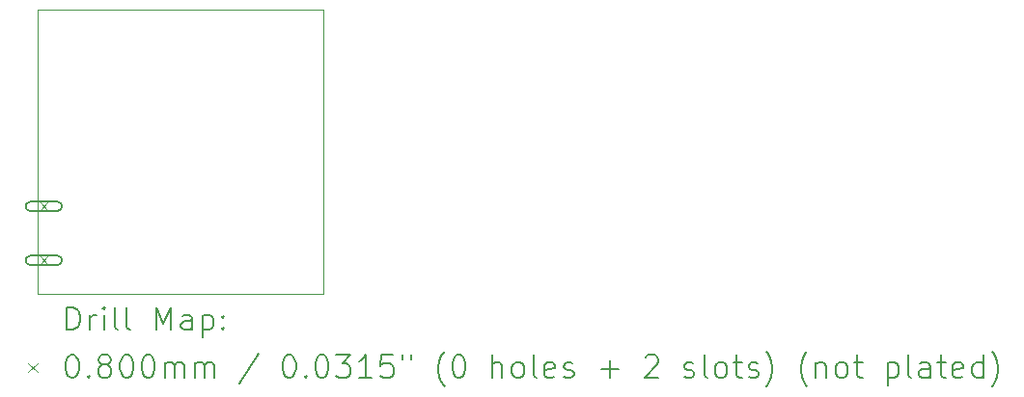
<source format=gbr>
%TF.GenerationSoftware,KiCad,Pcbnew,(6.0.11)*%
%TF.CreationDate,2023-05-05T12:53:34-03:00*%
%TF.ProjectId,HappyFeet,48617070-7946-4656-9574-2e6b69636164,V0.7*%
%TF.SameCoordinates,Original*%
%TF.FileFunction,Drillmap*%
%TF.FilePolarity,Positive*%
%FSLAX45Y45*%
G04 Gerber Fmt 4.5, Leading zero omitted, Abs format (unit mm)*
G04 Created by KiCad (PCBNEW (6.0.11)) date 2023-05-05 12:53:34*
%MOMM*%
%LPD*%
G01*
G04 APERTURE LIST*
%ADD10C,0.100000*%
%ADD11C,0.200000*%
%ADD12C,0.080000*%
G04 APERTURE END LIST*
D10*
X12500000Y-9500000D02*
X10000000Y-9500000D01*
X12500000Y-7000000D02*
X12500000Y-9500000D01*
X10000000Y-7000000D02*
X10000000Y-9500000D01*
X10000000Y-7000000D02*
X12500000Y-7000000D01*
D11*
D12*
X10010000Y-8689500D02*
X10090000Y-8769500D01*
X10090000Y-8689500D02*
X10010000Y-8769500D01*
D11*
X10170000Y-8689500D02*
X9930000Y-8689500D01*
X10170000Y-8769500D02*
X9930000Y-8769500D01*
X9930000Y-8689500D02*
G75*
G03*
X9930000Y-8769500I0J-40000D01*
G01*
X10170000Y-8769500D02*
G75*
G03*
X10170000Y-8689500I0J40000D01*
G01*
D12*
X10010000Y-9164500D02*
X10090000Y-9244500D01*
X10090000Y-9164500D02*
X10010000Y-9244500D01*
D11*
X10170000Y-9164500D02*
X9930000Y-9164500D01*
X10170000Y-9244500D02*
X9930000Y-9244500D01*
X9930000Y-9164500D02*
G75*
G03*
X9930000Y-9244500I0J-40000D01*
G01*
X10170000Y-9244500D02*
G75*
G03*
X10170000Y-9164500I0J40000D01*
G01*
X10252619Y-9815476D02*
X10252619Y-9615476D01*
X10300238Y-9615476D01*
X10328810Y-9625000D01*
X10347857Y-9644048D01*
X10357381Y-9663095D01*
X10366905Y-9701190D01*
X10366905Y-9729762D01*
X10357381Y-9767857D01*
X10347857Y-9786905D01*
X10328810Y-9805952D01*
X10300238Y-9815476D01*
X10252619Y-9815476D01*
X10452619Y-9815476D02*
X10452619Y-9682143D01*
X10452619Y-9720238D02*
X10462143Y-9701190D01*
X10471667Y-9691667D01*
X10490714Y-9682143D01*
X10509762Y-9682143D01*
X10576429Y-9815476D02*
X10576429Y-9682143D01*
X10576429Y-9615476D02*
X10566905Y-9625000D01*
X10576429Y-9634524D01*
X10585952Y-9625000D01*
X10576429Y-9615476D01*
X10576429Y-9634524D01*
X10700238Y-9815476D02*
X10681190Y-9805952D01*
X10671667Y-9786905D01*
X10671667Y-9615476D01*
X10805000Y-9815476D02*
X10785952Y-9805952D01*
X10776429Y-9786905D01*
X10776429Y-9615476D01*
X11033571Y-9815476D02*
X11033571Y-9615476D01*
X11100238Y-9758333D01*
X11166905Y-9615476D01*
X11166905Y-9815476D01*
X11347857Y-9815476D02*
X11347857Y-9710714D01*
X11338333Y-9691667D01*
X11319286Y-9682143D01*
X11281190Y-9682143D01*
X11262143Y-9691667D01*
X11347857Y-9805952D02*
X11328809Y-9815476D01*
X11281190Y-9815476D01*
X11262143Y-9805952D01*
X11252619Y-9786905D01*
X11252619Y-9767857D01*
X11262143Y-9748810D01*
X11281190Y-9739286D01*
X11328809Y-9739286D01*
X11347857Y-9729762D01*
X11443095Y-9682143D02*
X11443095Y-9882143D01*
X11443095Y-9691667D02*
X11462143Y-9682143D01*
X11500238Y-9682143D01*
X11519286Y-9691667D01*
X11528809Y-9701190D01*
X11538333Y-9720238D01*
X11538333Y-9777381D01*
X11528809Y-9796429D01*
X11519286Y-9805952D01*
X11500238Y-9815476D01*
X11462143Y-9815476D01*
X11443095Y-9805952D01*
X11624048Y-9796429D02*
X11633571Y-9805952D01*
X11624048Y-9815476D01*
X11614524Y-9805952D01*
X11624048Y-9796429D01*
X11624048Y-9815476D01*
X11624048Y-9691667D02*
X11633571Y-9701190D01*
X11624048Y-9710714D01*
X11614524Y-9701190D01*
X11624048Y-9691667D01*
X11624048Y-9710714D01*
D12*
X9915000Y-10105000D02*
X9995000Y-10185000D01*
X9995000Y-10105000D02*
X9915000Y-10185000D01*
D11*
X10290714Y-10035476D02*
X10309762Y-10035476D01*
X10328810Y-10045000D01*
X10338333Y-10054524D01*
X10347857Y-10073571D01*
X10357381Y-10111667D01*
X10357381Y-10159286D01*
X10347857Y-10197381D01*
X10338333Y-10216429D01*
X10328810Y-10225952D01*
X10309762Y-10235476D01*
X10290714Y-10235476D01*
X10271667Y-10225952D01*
X10262143Y-10216429D01*
X10252619Y-10197381D01*
X10243095Y-10159286D01*
X10243095Y-10111667D01*
X10252619Y-10073571D01*
X10262143Y-10054524D01*
X10271667Y-10045000D01*
X10290714Y-10035476D01*
X10443095Y-10216429D02*
X10452619Y-10225952D01*
X10443095Y-10235476D01*
X10433571Y-10225952D01*
X10443095Y-10216429D01*
X10443095Y-10235476D01*
X10566905Y-10121190D02*
X10547857Y-10111667D01*
X10538333Y-10102143D01*
X10528810Y-10083095D01*
X10528810Y-10073571D01*
X10538333Y-10054524D01*
X10547857Y-10045000D01*
X10566905Y-10035476D01*
X10605000Y-10035476D01*
X10624048Y-10045000D01*
X10633571Y-10054524D01*
X10643095Y-10073571D01*
X10643095Y-10083095D01*
X10633571Y-10102143D01*
X10624048Y-10111667D01*
X10605000Y-10121190D01*
X10566905Y-10121190D01*
X10547857Y-10130714D01*
X10538333Y-10140238D01*
X10528810Y-10159286D01*
X10528810Y-10197381D01*
X10538333Y-10216429D01*
X10547857Y-10225952D01*
X10566905Y-10235476D01*
X10605000Y-10235476D01*
X10624048Y-10225952D01*
X10633571Y-10216429D01*
X10643095Y-10197381D01*
X10643095Y-10159286D01*
X10633571Y-10140238D01*
X10624048Y-10130714D01*
X10605000Y-10121190D01*
X10766905Y-10035476D02*
X10785952Y-10035476D01*
X10805000Y-10045000D01*
X10814524Y-10054524D01*
X10824048Y-10073571D01*
X10833571Y-10111667D01*
X10833571Y-10159286D01*
X10824048Y-10197381D01*
X10814524Y-10216429D01*
X10805000Y-10225952D01*
X10785952Y-10235476D01*
X10766905Y-10235476D01*
X10747857Y-10225952D01*
X10738333Y-10216429D01*
X10728810Y-10197381D01*
X10719286Y-10159286D01*
X10719286Y-10111667D01*
X10728810Y-10073571D01*
X10738333Y-10054524D01*
X10747857Y-10045000D01*
X10766905Y-10035476D01*
X10957381Y-10035476D02*
X10976429Y-10035476D01*
X10995476Y-10045000D01*
X11005000Y-10054524D01*
X11014524Y-10073571D01*
X11024048Y-10111667D01*
X11024048Y-10159286D01*
X11014524Y-10197381D01*
X11005000Y-10216429D01*
X10995476Y-10225952D01*
X10976429Y-10235476D01*
X10957381Y-10235476D01*
X10938333Y-10225952D01*
X10928810Y-10216429D01*
X10919286Y-10197381D01*
X10909762Y-10159286D01*
X10909762Y-10111667D01*
X10919286Y-10073571D01*
X10928810Y-10054524D01*
X10938333Y-10045000D01*
X10957381Y-10035476D01*
X11109762Y-10235476D02*
X11109762Y-10102143D01*
X11109762Y-10121190D02*
X11119286Y-10111667D01*
X11138333Y-10102143D01*
X11166905Y-10102143D01*
X11185952Y-10111667D01*
X11195476Y-10130714D01*
X11195476Y-10235476D01*
X11195476Y-10130714D02*
X11205000Y-10111667D01*
X11224048Y-10102143D01*
X11252619Y-10102143D01*
X11271667Y-10111667D01*
X11281190Y-10130714D01*
X11281190Y-10235476D01*
X11376428Y-10235476D02*
X11376428Y-10102143D01*
X11376428Y-10121190D02*
X11385952Y-10111667D01*
X11405000Y-10102143D01*
X11433571Y-10102143D01*
X11452619Y-10111667D01*
X11462143Y-10130714D01*
X11462143Y-10235476D01*
X11462143Y-10130714D02*
X11471667Y-10111667D01*
X11490714Y-10102143D01*
X11519286Y-10102143D01*
X11538333Y-10111667D01*
X11547857Y-10130714D01*
X11547857Y-10235476D01*
X11938333Y-10025952D02*
X11766905Y-10283095D01*
X12195476Y-10035476D02*
X12214524Y-10035476D01*
X12233571Y-10045000D01*
X12243095Y-10054524D01*
X12252619Y-10073571D01*
X12262143Y-10111667D01*
X12262143Y-10159286D01*
X12252619Y-10197381D01*
X12243095Y-10216429D01*
X12233571Y-10225952D01*
X12214524Y-10235476D01*
X12195476Y-10235476D01*
X12176428Y-10225952D01*
X12166905Y-10216429D01*
X12157381Y-10197381D01*
X12147857Y-10159286D01*
X12147857Y-10111667D01*
X12157381Y-10073571D01*
X12166905Y-10054524D01*
X12176428Y-10045000D01*
X12195476Y-10035476D01*
X12347857Y-10216429D02*
X12357381Y-10225952D01*
X12347857Y-10235476D01*
X12338333Y-10225952D01*
X12347857Y-10216429D01*
X12347857Y-10235476D01*
X12481190Y-10035476D02*
X12500238Y-10035476D01*
X12519286Y-10045000D01*
X12528809Y-10054524D01*
X12538333Y-10073571D01*
X12547857Y-10111667D01*
X12547857Y-10159286D01*
X12538333Y-10197381D01*
X12528809Y-10216429D01*
X12519286Y-10225952D01*
X12500238Y-10235476D01*
X12481190Y-10235476D01*
X12462143Y-10225952D01*
X12452619Y-10216429D01*
X12443095Y-10197381D01*
X12433571Y-10159286D01*
X12433571Y-10111667D01*
X12443095Y-10073571D01*
X12452619Y-10054524D01*
X12462143Y-10045000D01*
X12481190Y-10035476D01*
X12614524Y-10035476D02*
X12738333Y-10035476D01*
X12671667Y-10111667D01*
X12700238Y-10111667D01*
X12719286Y-10121190D01*
X12728809Y-10130714D01*
X12738333Y-10149762D01*
X12738333Y-10197381D01*
X12728809Y-10216429D01*
X12719286Y-10225952D01*
X12700238Y-10235476D01*
X12643095Y-10235476D01*
X12624048Y-10225952D01*
X12614524Y-10216429D01*
X12928809Y-10235476D02*
X12814524Y-10235476D01*
X12871667Y-10235476D02*
X12871667Y-10035476D01*
X12852619Y-10064048D01*
X12833571Y-10083095D01*
X12814524Y-10092619D01*
X13109762Y-10035476D02*
X13014524Y-10035476D01*
X13005000Y-10130714D01*
X13014524Y-10121190D01*
X13033571Y-10111667D01*
X13081190Y-10111667D01*
X13100238Y-10121190D01*
X13109762Y-10130714D01*
X13119286Y-10149762D01*
X13119286Y-10197381D01*
X13109762Y-10216429D01*
X13100238Y-10225952D01*
X13081190Y-10235476D01*
X13033571Y-10235476D01*
X13014524Y-10225952D01*
X13005000Y-10216429D01*
X13195476Y-10035476D02*
X13195476Y-10073571D01*
X13271667Y-10035476D02*
X13271667Y-10073571D01*
X13566905Y-10311667D02*
X13557381Y-10302143D01*
X13538333Y-10273571D01*
X13528809Y-10254524D01*
X13519286Y-10225952D01*
X13509762Y-10178333D01*
X13509762Y-10140238D01*
X13519286Y-10092619D01*
X13528809Y-10064048D01*
X13538333Y-10045000D01*
X13557381Y-10016429D01*
X13566905Y-10006905D01*
X13681190Y-10035476D02*
X13700238Y-10035476D01*
X13719286Y-10045000D01*
X13728809Y-10054524D01*
X13738333Y-10073571D01*
X13747857Y-10111667D01*
X13747857Y-10159286D01*
X13738333Y-10197381D01*
X13728809Y-10216429D01*
X13719286Y-10225952D01*
X13700238Y-10235476D01*
X13681190Y-10235476D01*
X13662143Y-10225952D01*
X13652619Y-10216429D01*
X13643095Y-10197381D01*
X13633571Y-10159286D01*
X13633571Y-10111667D01*
X13643095Y-10073571D01*
X13652619Y-10054524D01*
X13662143Y-10045000D01*
X13681190Y-10035476D01*
X13985952Y-10235476D02*
X13985952Y-10035476D01*
X14071667Y-10235476D02*
X14071667Y-10130714D01*
X14062143Y-10111667D01*
X14043095Y-10102143D01*
X14014524Y-10102143D01*
X13995476Y-10111667D01*
X13985952Y-10121190D01*
X14195476Y-10235476D02*
X14176428Y-10225952D01*
X14166905Y-10216429D01*
X14157381Y-10197381D01*
X14157381Y-10140238D01*
X14166905Y-10121190D01*
X14176428Y-10111667D01*
X14195476Y-10102143D01*
X14224048Y-10102143D01*
X14243095Y-10111667D01*
X14252619Y-10121190D01*
X14262143Y-10140238D01*
X14262143Y-10197381D01*
X14252619Y-10216429D01*
X14243095Y-10225952D01*
X14224048Y-10235476D01*
X14195476Y-10235476D01*
X14376428Y-10235476D02*
X14357381Y-10225952D01*
X14347857Y-10206905D01*
X14347857Y-10035476D01*
X14528809Y-10225952D02*
X14509762Y-10235476D01*
X14471667Y-10235476D01*
X14452619Y-10225952D01*
X14443095Y-10206905D01*
X14443095Y-10130714D01*
X14452619Y-10111667D01*
X14471667Y-10102143D01*
X14509762Y-10102143D01*
X14528809Y-10111667D01*
X14538333Y-10130714D01*
X14538333Y-10149762D01*
X14443095Y-10168810D01*
X14614524Y-10225952D02*
X14633571Y-10235476D01*
X14671667Y-10235476D01*
X14690714Y-10225952D01*
X14700238Y-10206905D01*
X14700238Y-10197381D01*
X14690714Y-10178333D01*
X14671667Y-10168810D01*
X14643095Y-10168810D01*
X14624048Y-10159286D01*
X14614524Y-10140238D01*
X14614524Y-10130714D01*
X14624048Y-10111667D01*
X14643095Y-10102143D01*
X14671667Y-10102143D01*
X14690714Y-10111667D01*
X14938333Y-10159286D02*
X15090714Y-10159286D01*
X15014524Y-10235476D02*
X15014524Y-10083095D01*
X15328809Y-10054524D02*
X15338333Y-10045000D01*
X15357381Y-10035476D01*
X15405000Y-10035476D01*
X15424048Y-10045000D01*
X15433571Y-10054524D01*
X15443095Y-10073571D01*
X15443095Y-10092619D01*
X15433571Y-10121190D01*
X15319286Y-10235476D01*
X15443095Y-10235476D01*
X15671667Y-10225952D02*
X15690714Y-10235476D01*
X15728809Y-10235476D01*
X15747857Y-10225952D01*
X15757381Y-10206905D01*
X15757381Y-10197381D01*
X15747857Y-10178333D01*
X15728809Y-10168810D01*
X15700238Y-10168810D01*
X15681190Y-10159286D01*
X15671667Y-10140238D01*
X15671667Y-10130714D01*
X15681190Y-10111667D01*
X15700238Y-10102143D01*
X15728809Y-10102143D01*
X15747857Y-10111667D01*
X15871667Y-10235476D02*
X15852619Y-10225952D01*
X15843095Y-10206905D01*
X15843095Y-10035476D01*
X15976428Y-10235476D02*
X15957381Y-10225952D01*
X15947857Y-10216429D01*
X15938333Y-10197381D01*
X15938333Y-10140238D01*
X15947857Y-10121190D01*
X15957381Y-10111667D01*
X15976428Y-10102143D01*
X16005000Y-10102143D01*
X16024048Y-10111667D01*
X16033571Y-10121190D01*
X16043095Y-10140238D01*
X16043095Y-10197381D01*
X16033571Y-10216429D01*
X16024048Y-10225952D01*
X16005000Y-10235476D01*
X15976428Y-10235476D01*
X16100238Y-10102143D02*
X16176428Y-10102143D01*
X16128809Y-10035476D02*
X16128809Y-10206905D01*
X16138333Y-10225952D01*
X16157381Y-10235476D01*
X16176428Y-10235476D01*
X16233571Y-10225952D02*
X16252619Y-10235476D01*
X16290714Y-10235476D01*
X16309762Y-10225952D01*
X16319286Y-10206905D01*
X16319286Y-10197381D01*
X16309762Y-10178333D01*
X16290714Y-10168810D01*
X16262143Y-10168810D01*
X16243095Y-10159286D01*
X16233571Y-10140238D01*
X16233571Y-10130714D01*
X16243095Y-10111667D01*
X16262143Y-10102143D01*
X16290714Y-10102143D01*
X16309762Y-10111667D01*
X16385952Y-10311667D02*
X16395476Y-10302143D01*
X16414524Y-10273571D01*
X16424048Y-10254524D01*
X16433571Y-10225952D01*
X16443095Y-10178333D01*
X16443095Y-10140238D01*
X16433571Y-10092619D01*
X16424048Y-10064048D01*
X16414524Y-10045000D01*
X16395476Y-10016429D01*
X16385952Y-10006905D01*
X16747857Y-10311667D02*
X16738333Y-10302143D01*
X16719286Y-10273571D01*
X16709762Y-10254524D01*
X16700238Y-10225952D01*
X16690714Y-10178333D01*
X16690714Y-10140238D01*
X16700238Y-10092619D01*
X16709762Y-10064048D01*
X16719286Y-10045000D01*
X16738333Y-10016429D01*
X16747857Y-10006905D01*
X16824048Y-10102143D02*
X16824048Y-10235476D01*
X16824048Y-10121190D02*
X16833571Y-10111667D01*
X16852619Y-10102143D01*
X16881190Y-10102143D01*
X16900238Y-10111667D01*
X16909762Y-10130714D01*
X16909762Y-10235476D01*
X17033571Y-10235476D02*
X17014524Y-10225952D01*
X17005000Y-10216429D01*
X16995476Y-10197381D01*
X16995476Y-10140238D01*
X17005000Y-10121190D01*
X17014524Y-10111667D01*
X17033571Y-10102143D01*
X17062143Y-10102143D01*
X17081190Y-10111667D01*
X17090714Y-10121190D01*
X17100238Y-10140238D01*
X17100238Y-10197381D01*
X17090714Y-10216429D01*
X17081190Y-10225952D01*
X17062143Y-10235476D01*
X17033571Y-10235476D01*
X17157381Y-10102143D02*
X17233571Y-10102143D01*
X17185952Y-10035476D02*
X17185952Y-10206905D01*
X17195476Y-10225952D01*
X17214524Y-10235476D01*
X17233571Y-10235476D01*
X17452619Y-10102143D02*
X17452619Y-10302143D01*
X17452619Y-10111667D02*
X17471667Y-10102143D01*
X17509762Y-10102143D01*
X17528810Y-10111667D01*
X17538333Y-10121190D01*
X17547857Y-10140238D01*
X17547857Y-10197381D01*
X17538333Y-10216429D01*
X17528810Y-10225952D01*
X17509762Y-10235476D01*
X17471667Y-10235476D01*
X17452619Y-10225952D01*
X17662143Y-10235476D02*
X17643095Y-10225952D01*
X17633571Y-10206905D01*
X17633571Y-10035476D01*
X17824048Y-10235476D02*
X17824048Y-10130714D01*
X17814524Y-10111667D01*
X17795476Y-10102143D01*
X17757381Y-10102143D01*
X17738333Y-10111667D01*
X17824048Y-10225952D02*
X17805000Y-10235476D01*
X17757381Y-10235476D01*
X17738333Y-10225952D01*
X17728810Y-10206905D01*
X17728810Y-10187857D01*
X17738333Y-10168810D01*
X17757381Y-10159286D01*
X17805000Y-10159286D01*
X17824048Y-10149762D01*
X17890714Y-10102143D02*
X17966905Y-10102143D01*
X17919286Y-10035476D02*
X17919286Y-10206905D01*
X17928810Y-10225952D01*
X17947857Y-10235476D01*
X17966905Y-10235476D01*
X18109762Y-10225952D02*
X18090714Y-10235476D01*
X18052619Y-10235476D01*
X18033571Y-10225952D01*
X18024048Y-10206905D01*
X18024048Y-10130714D01*
X18033571Y-10111667D01*
X18052619Y-10102143D01*
X18090714Y-10102143D01*
X18109762Y-10111667D01*
X18119286Y-10130714D01*
X18119286Y-10149762D01*
X18024048Y-10168810D01*
X18290714Y-10235476D02*
X18290714Y-10035476D01*
X18290714Y-10225952D02*
X18271667Y-10235476D01*
X18233571Y-10235476D01*
X18214524Y-10225952D01*
X18205000Y-10216429D01*
X18195476Y-10197381D01*
X18195476Y-10140238D01*
X18205000Y-10121190D01*
X18214524Y-10111667D01*
X18233571Y-10102143D01*
X18271667Y-10102143D01*
X18290714Y-10111667D01*
X18366905Y-10311667D02*
X18376429Y-10302143D01*
X18395476Y-10273571D01*
X18405000Y-10254524D01*
X18414524Y-10225952D01*
X18424048Y-10178333D01*
X18424048Y-10140238D01*
X18414524Y-10092619D01*
X18405000Y-10064048D01*
X18395476Y-10045000D01*
X18376429Y-10016429D01*
X18366905Y-10006905D01*
M02*

</source>
